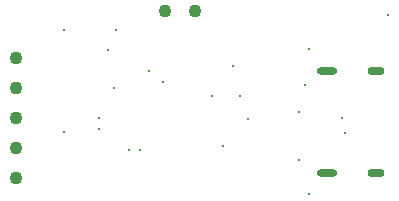
<source format=gbr>
%TF.GenerationSoftware,Altium Limited,Altium Designer,24.5.1 (21)*%
G04 Layer_Color=0*
%FSLAX45Y45*%
%MOMM*%
%TF.SameCoordinates,A89F510B-B2DD-4167-9D38-4ED2E7CAC25F*%
%TF.FilePolarity,Positive*%
%TF.FileFunction,Plated,1,2,PTH,Drill*%
%TF.Part,Single*%
G01*
G75*
%TA.AperFunction,ComponentDrill*%
%ADD76C,1.10000*%
%ADD77C,1.10000*%
%ADD78O,1.75000X0.65000*%
%ADD79O,1.45000X0.65000*%
%TA.AperFunction,ViaDrill,NotFilled*%
%ADD80C,0.30000*%
D76*
X13960001Y6190000D02*
D03*
Y5682000D02*
D03*
Y5936000D02*
D03*
Y6444000D02*
D03*
Y6698000D02*
D03*
D77*
X15223000Y7090000D02*
D03*
X15477000D02*
D03*
D78*
X16595000Y6582000D02*
D03*
Y5718000D02*
D03*
D79*
X17010001Y6582000D02*
D03*
Y5718000D02*
D03*
D80*
X14920000Y5920000D02*
D03*
X15010001D02*
D03*
X16360001Y6240000D02*
D03*
X16742555Y6058207D02*
D03*
X15716341Y5948058D02*
D03*
X14737086Y6763517D02*
D03*
X15200301Y6496083D02*
D03*
X14664055Y6184055D02*
D03*
X14660001Y6090000D02*
D03*
X14789999Y6440000D02*
D03*
X15920000Y6180000D02*
D03*
X16720000Y6190000D02*
D03*
X15860001Y6370000D02*
D03*
X15800000Y6630000D02*
D03*
X16360001Y5830000D02*
D03*
X14810001Y6930000D02*
D03*
X15088251Y6582216D02*
D03*
X15620000Y6370000D02*
D03*
X16439999Y5540000D02*
D03*
X16410001Y6470000D02*
D03*
X17110001Y7060000D02*
D03*
X16439999Y6770000D02*
D03*
X14370000Y6070000D02*
D03*
Y6930000D02*
D03*
%TF.MD5,b22d0b4d9b7afb91d656bb6e672fa92b*%
M02*

</source>
